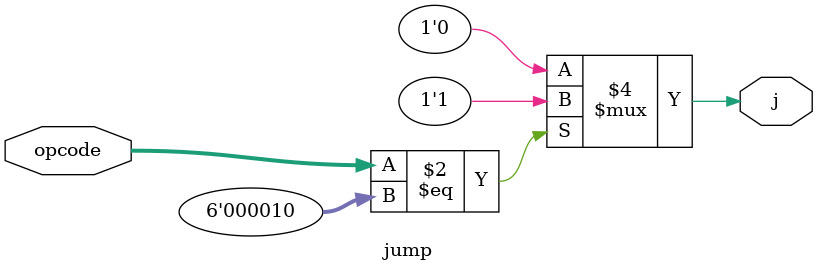
<source format=v>
`timescale 1ns / 1ps
module jump(input [5:0] opcode,
            output reg j
           

    );
    
 always @ (opcode)
  if (opcode == 6'b000010)
   j =1;
  else 
   j = 0; 
endmodule

</source>
